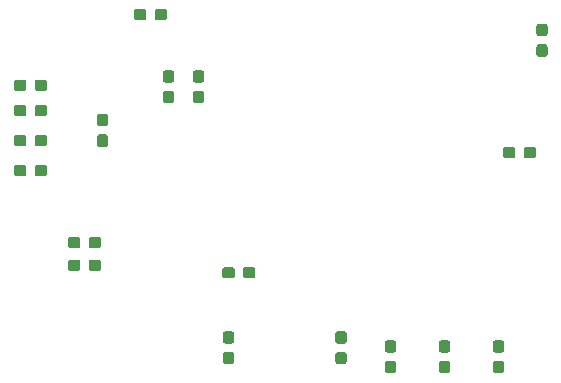
<source format=gbr>
G04 #@! TF.GenerationSoftware,KiCad,Pcbnew,5.1.5-52549c5~84~ubuntu18.04.1*
G04 #@! TF.CreationDate,2020-02-11T17:06:34+00:00*
G04 #@! TF.ProjectId,transmitter,7472616e-736d-4697-9474-65722e6b6963,rev?*
G04 #@! TF.SameCoordinates,Original*
G04 #@! TF.FileFunction,Paste,Bot*
G04 #@! TF.FilePolarity,Positive*
%FSLAX46Y46*%
G04 Gerber Fmt 4.6, Leading zero omitted, Abs format (unit mm)*
G04 Created by KiCad (PCBNEW 5.1.5-52549c5~84~ubuntu18.04.1) date 2020-02-11 17:06:34*
%MOMM*%
%LPD*%
G04 APERTURE LIST*
%ADD10C,0.100000*%
G04 APERTURE END LIST*
D10*
G36*
X96463779Y-72170144D02*
G01*
X96486834Y-72173563D01*
X96509443Y-72179227D01*
X96531387Y-72187079D01*
X96552457Y-72197044D01*
X96572448Y-72209026D01*
X96591168Y-72222910D01*
X96608438Y-72238562D01*
X96624090Y-72255832D01*
X96637974Y-72274552D01*
X96649956Y-72294543D01*
X96659921Y-72315613D01*
X96667773Y-72337557D01*
X96673437Y-72360166D01*
X96676856Y-72383221D01*
X96678000Y-72406500D01*
X96678000Y-72881500D01*
X96676856Y-72904779D01*
X96673437Y-72927834D01*
X96667773Y-72950443D01*
X96659921Y-72972387D01*
X96649956Y-72993457D01*
X96637974Y-73013448D01*
X96624090Y-73032168D01*
X96608438Y-73049438D01*
X96591168Y-73065090D01*
X96572448Y-73078974D01*
X96552457Y-73090956D01*
X96531387Y-73100921D01*
X96509443Y-73108773D01*
X96486834Y-73114437D01*
X96463779Y-73117856D01*
X96440500Y-73119000D01*
X95865500Y-73119000D01*
X95842221Y-73117856D01*
X95819166Y-73114437D01*
X95796557Y-73108773D01*
X95774613Y-73100921D01*
X95753543Y-73090956D01*
X95733552Y-73078974D01*
X95714832Y-73065090D01*
X95697562Y-73049438D01*
X95681910Y-73032168D01*
X95668026Y-73013448D01*
X95656044Y-72993457D01*
X95646079Y-72972387D01*
X95638227Y-72950443D01*
X95632563Y-72927834D01*
X95629144Y-72904779D01*
X95628000Y-72881500D01*
X95628000Y-72406500D01*
X95629144Y-72383221D01*
X95632563Y-72360166D01*
X95638227Y-72337557D01*
X95646079Y-72315613D01*
X95656044Y-72294543D01*
X95668026Y-72274552D01*
X95681910Y-72255832D01*
X95697562Y-72238562D01*
X95714832Y-72222910D01*
X95733552Y-72209026D01*
X95753543Y-72197044D01*
X95774613Y-72187079D01*
X95796557Y-72179227D01*
X95819166Y-72173563D01*
X95842221Y-72170144D01*
X95865500Y-72169000D01*
X96440500Y-72169000D01*
X96463779Y-72170144D01*
G37*
G36*
X98213779Y-72170144D02*
G01*
X98236834Y-72173563D01*
X98259443Y-72179227D01*
X98281387Y-72187079D01*
X98302457Y-72197044D01*
X98322448Y-72209026D01*
X98341168Y-72222910D01*
X98358438Y-72238562D01*
X98374090Y-72255832D01*
X98387974Y-72274552D01*
X98399956Y-72294543D01*
X98409921Y-72315613D01*
X98417773Y-72337557D01*
X98423437Y-72360166D01*
X98426856Y-72383221D01*
X98428000Y-72406500D01*
X98428000Y-72881500D01*
X98426856Y-72904779D01*
X98423437Y-72927834D01*
X98417773Y-72950443D01*
X98409921Y-72972387D01*
X98399956Y-72993457D01*
X98387974Y-73013448D01*
X98374090Y-73032168D01*
X98358438Y-73049438D01*
X98341168Y-73065090D01*
X98322448Y-73078974D01*
X98302457Y-73090956D01*
X98281387Y-73100921D01*
X98259443Y-73108773D01*
X98236834Y-73114437D01*
X98213779Y-73117856D01*
X98190500Y-73119000D01*
X97615500Y-73119000D01*
X97592221Y-73117856D01*
X97569166Y-73114437D01*
X97546557Y-73108773D01*
X97524613Y-73100921D01*
X97503543Y-73090956D01*
X97483552Y-73078974D01*
X97464832Y-73065090D01*
X97447562Y-73049438D01*
X97431910Y-73032168D01*
X97418026Y-73013448D01*
X97406044Y-72993457D01*
X97396079Y-72972387D01*
X97388227Y-72950443D01*
X97382563Y-72927834D01*
X97379144Y-72904779D01*
X97378000Y-72881500D01*
X97378000Y-72406500D01*
X97379144Y-72383221D01*
X97382563Y-72360166D01*
X97388227Y-72337557D01*
X97396079Y-72315613D01*
X97406044Y-72294543D01*
X97418026Y-72274552D01*
X97431910Y-72255832D01*
X97447562Y-72238562D01*
X97464832Y-72222910D01*
X97483552Y-72209026D01*
X97503543Y-72197044D01*
X97524613Y-72187079D01*
X97546557Y-72179227D01*
X97569166Y-72173563D01*
X97592221Y-72170144D01*
X97615500Y-72169000D01*
X98190500Y-72169000D01*
X98213779Y-72170144D01*
G37*
G36*
X114102779Y-80806144D02*
G01*
X114125834Y-80809563D01*
X114148443Y-80815227D01*
X114170387Y-80823079D01*
X114191457Y-80833044D01*
X114211448Y-80845026D01*
X114230168Y-80858910D01*
X114247438Y-80874562D01*
X114263090Y-80891832D01*
X114276974Y-80910552D01*
X114288956Y-80930543D01*
X114298921Y-80951613D01*
X114306773Y-80973557D01*
X114312437Y-80996166D01*
X114315856Y-81019221D01*
X114317000Y-81042500D01*
X114317000Y-81517500D01*
X114315856Y-81540779D01*
X114312437Y-81563834D01*
X114306773Y-81586443D01*
X114298921Y-81608387D01*
X114288956Y-81629457D01*
X114276974Y-81649448D01*
X114263090Y-81668168D01*
X114247438Y-81685438D01*
X114230168Y-81701090D01*
X114211448Y-81714974D01*
X114191457Y-81726956D01*
X114170387Y-81736921D01*
X114148443Y-81744773D01*
X114125834Y-81750437D01*
X114102779Y-81753856D01*
X114079500Y-81755000D01*
X113504500Y-81755000D01*
X113481221Y-81753856D01*
X113458166Y-81750437D01*
X113435557Y-81744773D01*
X113413613Y-81736921D01*
X113392543Y-81726956D01*
X113372552Y-81714974D01*
X113353832Y-81701090D01*
X113336562Y-81685438D01*
X113320910Y-81668168D01*
X113307026Y-81649448D01*
X113295044Y-81629457D01*
X113285079Y-81608387D01*
X113277227Y-81586443D01*
X113271563Y-81563834D01*
X113268144Y-81540779D01*
X113267000Y-81517500D01*
X113267000Y-81042500D01*
X113268144Y-81019221D01*
X113271563Y-80996166D01*
X113277227Y-80973557D01*
X113285079Y-80951613D01*
X113295044Y-80930543D01*
X113307026Y-80910552D01*
X113320910Y-80891832D01*
X113336562Y-80874562D01*
X113353832Y-80858910D01*
X113372552Y-80845026D01*
X113392543Y-80833044D01*
X113413613Y-80823079D01*
X113435557Y-80815227D01*
X113458166Y-80809563D01*
X113481221Y-80806144D01*
X113504500Y-80805000D01*
X114079500Y-80805000D01*
X114102779Y-80806144D01*
G37*
G36*
X115852779Y-80806144D02*
G01*
X115875834Y-80809563D01*
X115898443Y-80815227D01*
X115920387Y-80823079D01*
X115941457Y-80833044D01*
X115961448Y-80845026D01*
X115980168Y-80858910D01*
X115997438Y-80874562D01*
X116013090Y-80891832D01*
X116026974Y-80910552D01*
X116038956Y-80930543D01*
X116048921Y-80951613D01*
X116056773Y-80973557D01*
X116062437Y-80996166D01*
X116065856Y-81019221D01*
X116067000Y-81042500D01*
X116067000Y-81517500D01*
X116065856Y-81540779D01*
X116062437Y-81563834D01*
X116056773Y-81586443D01*
X116048921Y-81608387D01*
X116038956Y-81629457D01*
X116026974Y-81649448D01*
X116013090Y-81668168D01*
X115997438Y-81685438D01*
X115980168Y-81701090D01*
X115961448Y-81714974D01*
X115941457Y-81726956D01*
X115920387Y-81736921D01*
X115898443Y-81744773D01*
X115875834Y-81750437D01*
X115852779Y-81753856D01*
X115829500Y-81755000D01*
X115254500Y-81755000D01*
X115231221Y-81753856D01*
X115208166Y-81750437D01*
X115185557Y-81744773D01*
X115163613Y-81736921D01*
X115142543Y-81726956D01*
X115122552Y-81714974D01*
X115103832Y-81701090D01*
X115086562Y-81685438D01*
X115070910Y-81668168D01*
X115057026Y-81649448D01*
X115045044Y-81629457D01*
X115035079Y-81608387D01*
X115027227Y-81586443D01*
X115021563Y-81563834D01*
X115018144Y-81540779D01*
X115017000Y-81517500D01*
X115017000Y-81042500D01*
X115018144Y-81019221D01*
X115021563Y-80996166D01*
X115027227Y-80973557D01*
X115035079Y-80951613D01*
X115045044Y-80930543D01*
X115057026Y-80910552D01*
X115070910Y-80891832D01*
X115086562Y-80874562D01*
X115103832Y-80858910D01*
X115122552Y-80845026D01*
X115142543Y-80833044D01*
X115163613Y-80823079D01*
X115185557Y-80815227D01*
X115208166Y-80809563D01*
X115231221Y-80806144D01*
X115254500Y-80805000D01*
X115829500Y-80805000D01*
X115852779Y-80806144D01*
G37*
G36*
X114052779Y-87981144D02*
G01*
X114075834Y-87984563D01*
X114098443Y-87990227D01*
X114120387Y-87998079D01*
X114141457Y-88008044D01*
X114161448Y-88020026D01*
X114180168Y-88033910D01*
X114197438Y-88049562D01*
X114213090Y-88066832D01*
X114226974Y-88085552D01*
X114238956Y-88105543D01*
X114248921Y-88126613D01*
X114256773Y-88148557D01*
X114262437Y-88171166D01*
X114265856Y-88194221D01*
X114267000Y-88217500D01*
X114267000Y-88792500D01*
X114265856Y-88815779D01*
X114262437Y-88838834D01*
X114256773Y-88861443D01*
X114248921Y-88883387D01*
X114238956Y-88904457D01*
X114226974Y-88924448D01*
X114213090Y-88943168D01*
X114197438Y-88960438D01*
X114180168Y-88976090D01*
X114161448Y-88989974D01*
X114141457Y-89001956D01*
X114120387Y-89011921D01*
X114098443Y-89019773D01*
X114075834Y-89025437D01*
X114052779Y-89028856D01*
X114029500Y-89030000D01*
X113554500Y-89030000D01*
X113531221Y-89028856D01*
X113508166Y-89025437D01*
X113485557Y-89019773D01*
X113463613Y-89011921D01*
X113442543Y-89001956D01*
X113422552Y-88989974D01*
X113403832Y-88976090D01*
X113386562Y-88960438D01*
X113370910Y-88943168D01*
X113357026Y-88924448D01*
X113345044Y-88904457D01*
X113335079Y-88883387D01*
X113327227Y-88861443D01*
X113321563Y-88838834D01*
X113318144Y-88815779D01*
X113317000Y-88792500D01*
X113317000Y-88217500D01*
X113318144Y-88194221D01*
X113321563Y-88171166D01*
X113327227Y-88148557D01*
X113335079Y-88126613D01*
X113345044Y-88105543D01*
X113357026Y-88085552D01*
X113370910Y-88066832D01*
X113386562Y-88049562D01*
X113403832Y-88033910D01*
X113422552Y-88020026D01*
X113442543Y-88008044D01*
X113463613Y-87998079D01*
X113485557Y-87990227D01*
X113508166Y-87984563D01*
X113531221Y-87981144D01*
X113554500Y-87980000D01*
X114029500Y-87980000D01*
X114052779Y-87981144D01*
G37*
G36*
X114052779Y-86231144D02*
G01*
X114075834Y-86234563D01*
X114098443Y-86240227D01*
X114120387Y-86248079D01*
X114141457Y-86258044D01*
X114161448Y-86270026D01*
X114180168Y-86283910D01*
X114197438Y-86299562D01*
X114213090Y-86316832D01*
X114226974Y-86335552D01*
X114238956Y-86355543D01*
X114248921Y-86376613D01*
X114256773Y-86398557D01*
X114262437Y-86421166D01*
X114265856Y-86444221D01*
X114267000Y-86467500D01*
X114267000Y-87042500D01*
X114265856Y-87065779D01*
X114262437Y-87088834D01*
X114256773Y-87111443D01*
X114248921Y-87133387D01*
X114238956Y-87154457D01*
X114226974Y-87174448D01*
X114213090Y-87193168D01*
X114197438Y-87210438D01*
X114180168Y-87226090D01*
X114161448Y-87239974D01*
X114141457Y-87251956D01*
X114120387Y-87261921D01*
X114098443Y-87269773D01*
X114075834Y-87275437D01*
X114052779Y-87278856D01*
X114029500Y-87280000D01*
X113554500Y-87280000D01*
X113531221Y-87278856D01*
X113508166Y-87275437D01*
X113485557Y-87269773D01*
X113463613Y-87261921D01*
X113442543Y-87251956D01*
X113422552Y-87239974D01*
X113403832Y-87226090D01*
X113386562Y-87210438D01*
X113370910Y-87193168D01*
X113357026Y-87174448D01*
X113345044Y-87154457D01*
X113335079Y-87133387D01*
X113327227Y-87111443D01*
X113321563Y-87088834D01*
X113318144Y-87065779D01*
X113317000Y-87042500D01*
X113317000Y-86467500D01*
X113318144Y-86444221D01*
X113321563Y-86421166D01*
X113327227Y-86398557D01*
X113335079Y-86376613D01*
X113345044Y-86355543D01*
X113357026Y-86335552D01*
X113370910Y-86316832D01*
X113386562Y-86299562D01*
X113403832Y-86283910D01*
X113422552Y-86270026D01*
X113442543Y-86258044D01*
X113463613Y-86248079D01*
X113485557Y-86240227D01*
X113508166Y-86234563D01*
X113531221Y-86231144D01*
X113554500Y-86230000D01*
X114029500Y-86230000D01*
X114052779Y-86231144D01*
G37*
G36*
X123577779Y-87981144D02*
G01*
X123600834Y-87984563D01*
X123623443Y-87990227D01*
X123645387Y-87998079D01*
X123666457Y-88008044D01*
X123686448Y-88020026D01*
X123705168Y-88033910D01*
X123722438Y-88049562D01*
X123738090Y-88066832D01*
X123751974Y-88085552D01*
X123763956Y-88105543D01*
X123773921Y-88126613D01*
X123781773Y-88148557D01*
X123787437Y-88171166D01*
X123790856Y-88194221D01*
X123792000Y-88217500D01*
X123792000Y-88792500D01*
X123790856Y-88815779D01*
X123787437Y-88838834D01*
X123781773Y-88861443D01*
X123773921Y-88883387D01*
X123763956Y-88904457D01*
X123751974Y-88924448D01*
X123738090Y-88943168D01*
X123722438Y-88960438D01*
X123705168Y-88976090D01*
X123686448Y-88989974D01*
X123666457Y-89001956D01*
X123645387Y-89011921D01*
X123623443Y-89019773D01*
X123600834Y-89025437D01*
X123577779Y-89028856D01*
X123554500Y-89030000D01*
X123079500Y-89030000D01*
X123056221Y-89028856D01*
X123033166Y-89025437D01*
X123010557Y-89019773D01*
X122988613Y-89011921D01*
X122967543Y-89001956D01*
X122947552Y-88989974D01*
X122928832Y-88976090D01*
X122911562Y-88960438D01*
X122895910Y-88943168D01*
X122882026Y-88924448D01*
X122870044Y-88904457D01*
X122860079Y-88883387D01*
X122852227Y-88861443D01*
X122846563Y-88838834D01*
X122843144Y-88815779D01*
X122842000Y-88792500D01*
X122842000Y-88217500D01*
X122843144Y-88194221D01*
X122846563Y-88171166D01*
X122852227Y-88148557D01*
X122860079Y-88126613D01*
X122870044Y-88105543D01*
X122882026Y-88085552D01*
X122895910Y-88066832D01*
X122911562Y-88049562D01*
X122928832Y-88033910D01*
X122947552Y-88020026D01*
X122967543Y-88008044D01*
X122988613Y-87998079D01*
X123010557Y-87990227D01*
X123033166Y-87984563D01*
X123056221Y-87981144D01*
X123079500Y-87980000D01*
X123554500Y-87980000D01*
X123577779Y-87981144D01*
G37*
G36*
X123577779Y-86231144D02*
G01*
X123600834Y-86234563D01*
X123623443Y-86240227D01*
X123645387Y-86248079D01*
X123666457Y-86258044D01*
X123686448Y-86270026D01*
X123705168Y-86283910D01*
X123722438Y-86299562D01*
X123738090Y-86316832D01*
X123751974Y-86335552D01*
X123763956Y-86355543D01*
X123773921Y-86376613D01*
X123781773Y-86398557D01*
X123787437Y-86421166D01*
X123790856Y-86444221D01*
X123792000Y-86467500D01*
X123792000Y-87042500D01*
X123790856Y-87065779D01*
X123787437Y-87088834D01*
X123781773Y-87111443D01*
X123773921Y-87133387D01*
X123763956Y-87154457D01*
X123751974Y-87174448D01*
X123738090Y-87193168D01*
X123722438Y-87210438D01*
X123705168Y-87226090D01*
X123686448Y-87239974D01*
X123666457Y-87251956D01*
X123645387Y-87261921D01*
X123623443Y-87269773D01*
X123600834Y-87275437D01*
X123577779Y-87278856D01*
X123554500Y-87280000D01*
X123079500Y-87280000D01*
X123056221Y-87278856D01*
X123033166Y-87275437D01*
X123010557Y-87269773D01*
X122988613Y-87261921D01*
X122967543Y-87251956D01*
X122947552Y-87239974D01*
X122928832Y-87226090D01*
X122911562Y-87210438D01*
X122895910Y-87193168D01*
X122882026Y-87174448D01*
X122870044Y-87154457D01*
X122860079Y-87133387D01*
X122852227Y-87111443D01*
X122846563Y-87088834D01*
X122843144Y-87065779D01*
X122842000Y-87042500D01*
X122842000Y-86467500D01*
X122843144Y-86444221D01*
X122846563Y-86421166D01*
X122852227Y-86398557D01*
X122860079Y-86376613D01*
X122870044Y-86355543D01*
X122882026Y-86335552D01*
X122895910Y-86316832D01*
X122911562Y-86299562D01*
X122928832Y-86283910D01*
X122947552Y-86270026D01*
X122967543Y-86258044D01*
X122988613Y-86248079D01*
X123010557Y-86240227D01*
X123033166Y-86234563D01*
X123056221Y-86231144D01*
X123079500Y-86230000D01*
X123554500Y-86230000D01*
X123577779Y-86231144D01*
G37*
G36*
X139615779Y-70646144D02*
G01*
X139638834Y-70649563D01*
X139661443Y-70655227D01*
X139683387Y-70663079D01*
X139704457Y-70673044D01*
X139724448Y-70685026D01*
X139743168Y-70698910D01*
X139760438Y-70714562D01*
X139776090Y-70731832D01*
X139789974Y-70750552D01*
X139801956Y-70770543D01*
X139811921Y-70791613D01*
X139819773Y-70813557D01*
X139825437Y-70836166D01*
X139828856Y-70859221D01*
X139830000Y-70882500D01*
X139830000Y-71357500D01*
X139828856Y-71380779D01*
X139825437Y-71403834D01*
X139819773Y-71426443D01*
X139811921Y-71448387D01*
X139801956Y-71469457D01*
X139789974Y-71489448D01*
X139776090Y-71508168D01*
X139760438Y-71525438D01*
X139743168Y-71541090D01*
X139724448Y-71554974D01*
X139704457Y-71566956D01*
X139683387Y-71576921D01*
X139661443Y-71584773D01*
X139638834Y-71590437D01*
X139615779Y-71593856D01*
X139592500Y-71595000D01*
X139017500Y-71595000D01*
X138994221Y-71593856D01*
X138971166Y-71590437D01*
X138948557Y-71584773D01*
X138926613Y-71576921D01*
X138905543Y-71566956D01*
X138885552Y-71554974D01*
X138866832Y-71541090D01*
X138849562Y-71525438D01*
X138833910Y-71508168D01*
X138820026Y-71489448D01*
X138808044Y-71469457D01*
X138798079Y-71448387D01*
X138790227Y-71426443D01*
X138784563Y-71403834D01*
X138781144Y-71380779D01*
X138780000Y-71357500D01*
X138780000Y-70882500D01*
X138781144Y-70859221D01*
X138784563Y-70836166D01*
X138790227Y-70813557D01*
X138798079Y-70791613D01*
X138808044Y-70770543D01*
X138820026Y-70750552D01*
X138833910Y-70731832D01*
X138849562Y-70714562D01*
X138866832Y-70698910D01*
X138885552Y-70685026D01*
X138905543Y-70673044D01*
X138926613Y-70663079D01*
X138948557Y-70655227D01*
X138971166Y-70649563D01*
X138994221Y-70646144D01*
X139017500Y-70645000D01*
X139592500Y-70645000D01*
X139615779Y-70646144D01*
G37*
G36*
X137865779Y-70646144D02*
G01*
X137888834Y-70649563D01*
X137911443Y-70655227D01*
X137933387Y-70663079D01*
X137954457Y-70673044D01*
X137974448Y-70685026D01*
X137993168Y-70698910D01*
X138010438Y-70714562D01*
X138026090Y-70731832D01*
X138039974Y-70750552D01*
X138051956Y-70770543D01*
X138061921Y-70791613D01*
X138069773Y-70813557D01*
X138075437Y-70836166D01*
X138078856Y-70859221D01*
X138080000Y-70882500D01*
X138080000Y-71357500D01*
X138078856Y-71380779D01*
X138075437Y-71403834D01*
X138069773Y-71426443D01*
X138061921Y-71448387D01*
X138051956Y-71469457D01*
X138039974Y-71489448D01*
X138026090Y-71508168D01*
X138010438Y-71525438D01*
X137993168Y-71541090D01*
X137974448Y-71554974D01*
X137954457Y-71566956D01*
X137933387Y-71576921D01*
X137911443Y-71584773D01*
X137888834Y-71590437D01*
X137865779Y-71593856D01*
X137842500Y-71595000D01*
X137267500Y-71595000D01*
X137244221Y-71593856D01*
X137221166Y-71590437D01*
X137198557Y-71584773D01*
X137176613Y-71576921D01*
X137155543Y-71566956D01*
X137135552Y-71554974D01*
X137116832Y-71541090D01*
X137099562Y-71525438D01*
X137083910Y-71508168D01*
X137070026Y-71489448D01*
X137058044Y-71469457D01*
X137048079Y-71448387D01*
X137040227Y-71426443D01*
X137034563Y-71403834D01*
X137031144Y-71380779D01*
X137030000Y-71357500D01*
X137030000Y-70882500D01*
X137031144Y-70859221D01*
X137034563Y-70836166D01*
X137040227Y-70813557D01*
X137048079Y-70791613D01*
X137058044Y-70770543D01*
X137070026Y-70750552D01*
X137083910Y-70731832D01*
X137099562Y-70714562D01*
X137116832Y-70698910D01*
X137135552Y-70685026D01*
X137155543Y-70673044D01*
X137176613Y-70663079D01*
X137198557Y-70655227D01*
X137221166Y-70649563D01*
X137244221Y-70646144D01*
X137267500Y-70645000D01*
X137842500Y-70645000D01*
X137865779Y-70646144D01*
G37*
G36*
X140595779Y-61946144D02*
G01*
X140618834Y-61949563D01*
X140641443Y-61955227D01*
X140663387Y-61963079D01*
X140684457Y-61973044D01*
X140704448Y-61985026D01*
X140723168Y-61998910D01*
X140740438Y-62014562D01*
X140756090Y-62031832D01*
X140769974Y-62050552D01*
X140781956Y-62070543D01*
X140791921Y-62091613D01*
X140799773Y-62113557D01*
X140805437Y-62136166D01*
X140808856Y-62159221D01*
X140810000Y-62182500D01*
X140810000Y-62757500D01*
X140808856Y-62780779D01*
X140805437Y-62803834D01*
X140799773Y-62826443D01*
X140791921Y-62848387D01*
X140781956Y-62869457D01*
X140769974Y-62889448D01*
X140756090Y-62908168D01*
X140740438Y-62925438D01*
X140723168Y-62941090D01*
X140704448Y-62954974D01*
X140684457Y-62966956D01*
X140663387Y-62976921D01*
X140641443Y-62984773D01*
X140618834Y-62990437D01*
X140595779Y-62993856D01*
X140572500Y-62995000D01*
X140097500Y-62995000D01*
X140074221Y-62993856D01*
X140051166Y-62990437D01*
X140028557Y-62984773D01*
X140006613Y-62976921D01*
X139985543Y-62966956D01*
X139965552Y-62954974D01*
X139946832Y-62941090D01*
X139929562Y-62925438D01*
X139913910Y-62908168D01*
X139900026Y-62889448D01*
X139888044Y-62869457D01*
X139878079Y-62848387D01*
X139870227Y-62826443D01*
X139864563Y-62803834D01*
X139861144Y-62780779D01*
X139860000Y-62757500D01*
X139860000Y-62182500D01*
X139861144Y-62159221D01*
X139864563Y-62136166D01*
X139870227Y-62113557D01*
X139878079Y-62091613D01*
X139888044Y-62070543D01*
X139900026Y-62050552D01*
X139913910Y-62031832D01*
X139929562Y-62014562D01*
X139946832Y-61998910D01*
X139965552Y-61985026D01*
X139985543Y-61973044D01*
X140006613Y-61963079D01*
X140028557Y-61955227D01*
X140051166Y-61949563D01*
X140074221Y-61946144D01*
X140097500Y-61945000D01*
X140572500Y-61945000D01*
X140595779Y-61946144D01*
G37*
G36*
X140595779Y-60196144D02*
G01*
X140618834Y-60199563D01*
X140641443Y-60205227D01*
X140663387Y-60213079D01*
X140684457Y-60223044D01*
X140704448Y-60235026D01*
X140723168Y-60248910D01*
X140740438Y-60264562D01*
X140756090Y-60281832D01*
X140769974Y-60300552D01*
X140781956Y-60320543D01*
X140791921Y-60341613D01*
X140799773Y-60363557D01*
X140805437Y-60386166D01*
X140808856Y-60409221D01*
X140810000Y-60432500D01*
X140810000Y-61007500D01*
X140808856Y-61030779D01*
X140805437Y-61053834D01*
X140799773Y-61076443D01*
X140791921Y-61098387D01*
X140781956Y-61119457D01*
X140769974Y-61139448D01*
X140756090Y-61158168D01*
X140740438Y-61175438D01*
X140723168Y-61191090D01*
X140704448Y-61204974D01*
X140684457Y-61216956D01*
X140663387Y-61226921D01*
X140641443Y-61234773D01*
X140618834Y-61240437D01*
X140595779Y-61243856D01*
X140572500Y-61245000D01*
X140097500Y-61245000D01*
X140074221Y-61243856D01*
X140051166Y-61240437D01*
X140028557Y-61234773D01*
X140006613Y-61226921D01*
X139985543Y-61216956D01*
X139965552Y-61204974D01*
X139946832Y-61191090D01*
X139929562Y-61175438D01*
X139913910Y-61158168D01*
X139900026Y-61139448D01*
X139888044Y-61119457D01*
X139878079Y-61098387D01*
X139870227Y-61076443D01*
X139864563Y-61053834D01*
X139861144Y-61030779D01*
X139860000Y-61007500D01*
X139860000Y-60432500D01*
X139861144Y-60409221D01*
X139864563Y-60386166D01*
X139870227Y-60363557D01*
X139878079Y-60341613D01*
X139888044Y-60320543D01*
X139900026Y-60300552D01*
X139913910Y-60281832D01*
X139929562Y-60264562D01*
X139946832Y-60248910D01*
X139965552Y-60235026D01*
X139985543Y-60223044D01*
X140006613Y-60213079D01*
X140028557Y-60205227D01*
X140051166Y-60199563D01*
X140074221Y-60196144D01*
X140097500Y-60195000D01*
X140572500Y-60195000D01*
X140595779Y-60196144D01*
G37*
G36*
X96463779Y-69630144D02*
G01*
X96486834Y-69633563D01*
X96509443Y-69639227D01*
X96531387Y-69647079D01*
X96552457Y-69657044D01*
X96572448Y-69669026D01*
X96591168Y-69682910D01*
X96608438Y-69698562D01*
X96624090Y-69715832D01*
X96637974Y-69734552D01*
X96649956Y-69754543D01*
X96659921Y-69775613D01*
X96667773Y-69797557D01*
X96673437Y-69820166D01*
X96676856Y-69843221D01*
X96678000Y-69866500D01*
X96678000Y-70341500D01*
X96676856Y-70364779D01*
X96673437Y-70387834D01*
X96667773Y-70410443D01*
X96659921Y-70432387D01*
X96649956Y-70453457D01*
X96637974Y-70473448D01*
X96624090Y-70492168D01*
X96608438Y-70509438D01*
X96591168Y-70525090D01*
X96572448Y-70538974D01*
X96552457Y-70550956D01*
X96531387Y-70560921D01*
X96509443Y-70568773D01*
X96486834Y-70574437D01*
X96463779Y-70577856D01*
X96440500Y-70579000D01*
X95865500Y-70579000D01*
X95842221Y-70577856D01*
X95819166Y-70574437D01*
X95796557Y-70568773D01*
X95774613Y-70560921D01*
X95753543Y-70550956D01*
X95733552Y-70538974D01*
X95714832Y-70525090D01*
X95697562Y-70509438D01*
X95681910Y-70492168D01*
X95668026Y-70473448D01*
X95656044Y-70453457D01*
X95646079Y-70432387D01*
X95638227Y-70410443D01*
X95632563Y-70387834D01*
X95629144Y-70364779D01*
X95628000Y-70341500D01*
X95628000Y-69866500D01*
X95629144Y-69843221D01*
X95632563Y-69820166D01*
X95638227Y-69797557D01*
X95646079Y-69775613D01*
X95656044Y-69754543D01*
X95668026Y-69734552D01*
X95681910Y-69715832D01*
X95697562Y-69698562D01*
X95714832Y-69682910D01*
X95733552Y-69669026D01*
X95753543Y-69657044D01*
X95774613Y-69647079D01*
X95796557Y-69639227D01*
X95819166Y-69633563D01*
X95842221Y-69630144D01*
X95865500Y-69629000D01*
X96440500Y-69629000D01*
X96463779Y-69630144D01*
G37*
G36*
X98213779Y-69630144D02*
G01*
X98236834Y-69633563D01*
X98259443Y-69639227D01*
X98281387Y-69647079D01*
X98302457Y-69657044D01*
X98322448Y-69669026D01*
X98341168Y-69682910D01*
X98358438Y-69698562D01*
X98374090Y-69715832D01*
X98387974Y-69734552D01*
X98399956Y-69754543D01*
X98409921Y-69775613D01*
X98417773Y-69797557D01*
X98423437Y-69820166D01*
X98426856Y-69843221D01*
X98428000Y-69866500D01*
X98428000Y-70341500D01*
X98426856Y-70364779D01*
X98423437Y-70387834D01*
X98417773Y-70410443D01*
X98409921Y-70432387D01*
X98399956Y-70453457D01*
X98387974Y-70473448D01*
X98374090Y-70492168D01*
X98358438Y-70509438D01*
X98341168Y-70525090D01*
X98322448Y-70538974D01*
X98302457Y-70550956D01*
X98281387Y-70560921D01*
X98259443Y-70568773D01*
X98236834Y-70574437D01*
X98213779Y-70577856D01*
X98190500Y-70579000D01*
X97615500Y-70579000D01*
X97592221Y-70577856D01*
X97569166Y-70574437D01*
X97546557Y-70568773D01*
X97524613Y-70560921D01*
X97503543Y-70550956D01*
X97483552Y-70538974D01*
X97464832Y-70525090D01*
X97447562Y-70509438D01*
X97431910Y-70492168D01*
X97418026Y-70473448D01*
X97406044Y-70453457D01*
X97396079Y-70432387D01*
X97388227Y-70410443D01*
X97382563Y-70387834D01*
X97379144Y-70364779D01*
X97378000Y-70341500D01*
X97378000Y-69866500D01*
X97379144Y-69843221D01*
X97382563Y-69820166D01*
X97388227Y-69797557D01*
X97396079Y-69775613D01*
X97406044Y-69754543D01*
X97418026Y-69734552D01*
X97431910Y-69715832D01*
X97447562Y-69698562D01*
X97464832Y-69682910D01*
X97483552Y-69669026D01*
X97503543Y-69657044D01*
X97524613Y-69647079D01*
X97546557Y-69639227D01*
X97569166Y-69633563D01*
X97592221Y-69630144D01*
X97615500Y-69629000D01*
X98190500Y-69629000D01*
X98213779Y-69630144D01*
G37*
G36*
X111512779Y-64133144D02*
G01*
X111535834Y-64136563D01*
X111558443Y-64142227D01*
X111580387Y-64150079D01*
X111601457Y-64160044D01*
X111621448Y-64172026D01*
X111640168Y-64185910D01*
X111657438Y-64201562D01*
X111673090Y-64218832D01*
X111686974Y-64237552D01*
X111698956Y-64257543D01*
X111708921Y-64278613D01*
X111716773Y-64300557D01*
X111722437Y-64323166D01*
X111725856Y-64346221D01*
X111727000Y-64369500D01*
X111727000Y-64944500D01*
X111725856Y-64967779D01*
X111722437Y-64990834D01*
X111716773Y-65013443D01*
X111708921Y-65035387D01*
X111698956Y-65056457D01*
X111686974Y-65076448D01*
X111673090Y-65095168D01*
X111657438Y-65112438D01*
X111640168Y-65128090D01*
X111621448Y-65141974D01*
X111601457Y-65153956D01*
X111580387Y-65163921D01*
X111558443Y-65171773D01*
X111535834Y-65177437D01*
X111512779Y-65180856D01*
X111489500Y-65182000D01*
X111014500Y-65182000D01*
X110991221Y-65180856D01*
X110968166Y-65177437D01*
X110945557Y-65171773D01*
X110923613Y-65163921D01*
X110902543Y-65153956D01*
X110882552Y-65141974D01*
X110863832Y-65128090D01*
X110846562Y-65112438D01*
X110830910Y-65095168D01*
X110817026Y-65076448D01*
X110805044Y-65056457D01*
X110795079Y-65035387D01*
X110787227Y-65013443D01*
X110781563Y-64990834D01*
X110778144Y-64967779D01*
X110777000Y-64944500D01*
X110777000Y-64369500D01*
X110778144Y-64346221D01*
X110781563Y-64323166D01*
X110787227Y-64300557D01*
X110795079Y-64278613D01*
X110805044Y-64257543D01*
X110817026Y-64237552D01*
X110830910Y-64218832D01*
X110846562Y-64201562D01*
X110863832Y-64185910D01*
X110882552Y-64172026D01*
X110902543Y-64160044D01*
X110923613Y-64150079D01*
X110945557Y-64142227D01*
X110968166Y-64136563D01*
X110991221Y-64133144D01*
X111014500Y-64132000D01*
X111489500Y-64132000D01*
X111512779Y-64133144D01*
G37*
G36*
X111512779Y-65883144D02*
G01*
X111535834Y-65886563D01*
X111558443Y-65892227D01*
X111580387Y-65900079D01*
X111601457Y-65910044D01*
X111621448Y-65922026D01*
X111640168Y-65935910D01*
X111657438Y-65951562D01*
X111673090Y-65968832D01*
X111686974Y-65987552D01*
X111698956Y-66007543D01*
X111708921Y-66028613D01*
X111716773Y-66050557D01*
X111722437Y-66073166D01*
X111725856Y-66096221D01*
X111727000Y-66119500D01*
X111727000Y-66694500D01*
X111725856Y-66717779D01*
X111722437Y-66740834D01*
X111716773Y-66763443D01*
X111708921Y-66785387D01*
X111698956Y-66806457D01*
X111686974Y-66826448D01*
X111673090Y-66845168D01*
X111657438Y-66862438D01*
X111640168Y-66878090D01*
X111621448Y-66891974D01*
X111601457Y-66903956D01*
X111580387Y-66913921D01*
X111558443Y-66921773D01*
X111535834Y-66927437D01*
X111512779Y-66930856D01*
X111489500Y-66932000D01*
X111014500Y-66932000D01*
X110991221Y-66930856D01*
X110968166Y-66927437D01*
X110945557Y-66921773D01*
X110923613Y-66913921D01*
X110902543Y-66903956D01*
X110882552Y-66891974D01*
X110863832Y-66878090D01*
X110846562Y-66862438D01*
X110830910Y-66845168D01*
X110817026Y-66826448D01*
X110805044Y-66806457D01*
X110795079Y-66785387D01*
X110787227Y-66763443D01*
X110781563Y-66740834D01*
X110778144Y-66717779D01*
X110777000Y-66694500D01*
X110777000Y-66119500D01*
X110778144Y-66096221D01*
X110781563Y-66073166D01*
X110787227Y-66050557D01*
X110795079Y-66028613D01*
X110805044Y-66007543D01*
X110817026Y-65987552D01*
X110830910Y-65968832D01*
X110846562Y-65951562D01*
X110863832Y-65935910D01*
X110882552Y-65922026D01*
X110902543Y-65910044D01*
X110923613Y-65900079D01*
X110945557Y-65892227D01*
X110968166Y-65886563D01*
X110991221Y-65883144D01*
X111014500Y-65882000D01*
X111489500Y-65882000D01*
X111512779Y-65883144D01*
G37*
G36*
X108373779Y-58962144D02*
G01*
X108396834Y-58965563D01*
X108419443Y-58971227D01*
X108441387Y-58979079D01*
X108462457Y-58989044D01*
X108482448Y-59001026D01*
X108501168Y-59014910D01*
X108518438Y-59030562D01*
X108534090Y-59047832D01*
X108547974Y-59066552D01*
X108559956Y-59086543D01*
X108569921Y-59107613D01*
X108577773Y-59129557D01*
X108583437Y-59152166D01*
X108586856Y-59175221D01*
X108588000Y-59198500D01*
X108588000Y-59673500D01*
X108586856Y-59696779D01*
X108583437Y-59719834D01*
X108577773Y-59742443D01*
X108569921Y-59764387D01*
X108559956Y-59785457D01*
X108547974Y-59805448D01*
X108534090Y-59824168D01*
X108518438Y-59841438D01*
X108501168Y-59857090D01*
X108482448Y-59870974D01*
X108462457Y-59882956D01*
X108441387Y-59892921D01*
X108419443Y-59900773D01*
X108396834Y-59906437D01*
X108373779Y-59909856D01*
X108350500Y-59911000D01*
X107775500Y-59911000D01*
X107752221Y-59909856D01*
X107729166Y-59906437D01*
X107706557Y-59900773D01*
X107684613Y-59892921D01*
X107663543Y-59882956D01*
X107643552Y-59870974D01*
X107624832Y-59857090D01*
X107607562Y-59841438D01*
X107591910Y-59824168D01*
X107578026Y-59805448D01*
X107566044Y-59785457D01*
X107556079Y-59764387D01*
X107548227Y-59742443D01*
X107542563Y-59719834D01*
X107539144Y-59696779D01*
X107538000Y-59673500D01*
X107538000Y-59198500D01*
X107539144Y-59175221D01*
X107542563Y-59152166D01*
X107548227Y-59129557D01*
X107556079Y-59107613D01*
X107566044Y-59086543D01*
X107578026Y-59066552D01*
X107591910Y-59047832D01*
X107607562Y-59030562D01*
X107624832Y-59014910D01*
X107643552Y-59001026D01*
X107663543Y-58989044D01*
X107684613Y-58979079D01*
X107706557Y-58971227D01*
X107729166Y-58965563D01*
X107752221Y-58962144D01*
X107775500Y-58961000D01*
X108350500Y-58961000D01*
X108373779Y-58962144D01*
G37*
G36*
X106623779Y-58962144D02*
G01*
X106646834Y-58965563D01*
X106669443Y-58971227D01*
X106691387Y-58979079D01*
X106712457Y-58989044D01*
X106732448Y-59001026D01*
X106751168Y-59014910D01*
X106768438Y-59030562D01*
X106784090Y-59047832D01*
X106797974Y-59066552D01*
X106809956Y-59086543D01*
X106819921Y-59107613D01*
X106827773Y-59129557D01*
X106833437Y-59152166D01*
X106836856Y-59175221D01*
X106838000Y-59198500D01*
X106838000Y-59673500D01*
X106836856Y-59696779D01*
X106833437Y-59719834D01*
X106827773Y-59742443D01*
X106819921Y-59764387D01*
X106809956Y-59785457D01*
X106797974Y-59805448D01*
X106784090Y-59824168D01*
X106768438Y-59841438D01*
X106751168Y-59857090D01*
X106732448Y-59870974D01*
X106712457Y-59882956D01*
X106691387Y-59892921D01*
X106669443Y-59900773D01*
X106646834Y-59906437D01*
X106623779Y-59909856D01*
X106600500Y-59911000D01*
X106025500Y-59911000D01*
X106002221Y-59909856D01*
X105979166Y-59906437D01*
X105956557Y-59900773D01*
X105934613Y-59892921D01*
X105913543Y-59882956D01*
X105893552Y-59870974D01*
X105874832Y-59857090D01*
X105857562Y-59841438D01*
X105841910Y-59824168D01*
X105828026Y-59805448D01*
X105816044Y-59785457D01*
X105806079Y-59764387D01*
X105798227Y-59742443D01*
X105792563Y-59719834D01*
X105789144Y-59696779D01*
X105788000Y-59673500D01*
X105788000Y-59198500D01*
X105789144Y-59175221D01*
X105792563Y-59152166D01*
X105798227Y-59129557D01*
X105806079Y-59107613D01*
X105816044Y-59086543D01*
X105828026Y-59066552D01*
X105841910Y-59047832D01*
X105857562Y-59030562D01*
X105874832Y-59014910D01*
X105893552Y-59001026D01*
X105913543Y-58989044D01*
X105934613Y-58979079D01*
X105956557Y-58971227D01*
X105979166Y-58965563D01*
X106002221Y-58962144D01*
X106025500Y-58961000D01*
X106600500Y-58961000D01*
X106623779Y-58962144D01*
G37*
G36*
X103384779Y-67816144D02*
G01*
X103407834Y-67819563D01*
X103430443Y-67825227D01*
X103452387Y-67833079D01*
X103473457Y-67843044D01*
X103493448Y-67855026D01*
X103512168Y-67868910D01*
X103529438Y-67884562D01*
X103545090Y-67901832D01*
X103558974Y-67920552D01*
X103570956Y-67940543D01*
X103580921Y-67961613D01*
X103588773Y-67983557D01*
X103594437Y-68006166D01*
X103597856Y-68029221D01*
X103599000Y-68052500D01*
X103599000Y-68627500D01*
X103597856Y-68650779D01*
X103594437Y-68673834D01*
X103588773Y-68696443D01*
X103580921Y-68718387D01*
X103570956Y-68739457D01*
X103558974Y-68759448D01*
X103545090Y-68778168D01*
X103529438Y-68795438D01*
X103512168Y-68811090D01*
X103493448Y-68824974D01*
X103473457Y-68836956D01*
X103452387Y-68846921D01*
X103430443Y-68854773D01*
X103407834Y-68860437D01*
X103384779Y-68863856D01*
X103361500Y-68865000D01*
X102886500Y-68865000D01*
X102863221Y-68863856D01*
X102840166Y-68860437D01*
X102817557Y-68854773D01*
X102795613Y-68846921D01*
X102774543Y-68836956D01*
X102754552Y-68824974D01*
X102735832Y-68811090D01*
X102718562Y-68795438D01*
X102702910Y-68778168D01*
X102689026Y-68759448D01*
X102677044Y-68739457D01*
X102667079Y-68718387D01*
X102659227Y-68696443D01*
X102653563Y-68673834D01*
X102650144Y-68650779D01*
X102649000Y-68627500D01*
X102649000Y-68052500D01*
X102650144Y-68029221D01*
X102653563Y-68006166D01*
X102659227Y-67983557D01*
X102667079Y-67961613D01*
X102677044Y-67940543D01*
X102689026Y-67920552D01*
X102702910Y-67901832D01*
X102718562Y-67884562D01*
X102735832Y-67868910D01*
X102754552Y-67855026D01*
X102774543Y-67843044D01*
X102795613Y-67833079D01*
X102817557Y-67825227D01*
X102840166Y-67819563D01*
X102863221Y-67816144D01*
X102886500Y-67815000D01*
X103361500Y-67815000D01*
X103384779Y-67816144D01*
G37*
G36*
X103384779Y-69566144D02*
G01*
X103407834Y-69569563D01*
X103430443Y-69575227D01*
X103452387Y-69583079D01*
X103473457Y-69593044D01*
X103493448Y-69605026D01*
X103512168Y-69618910D01*
X103529438Y-69634562D01*
X103545090Y-69651832D01*
X103558974Y-69670552D01*
X103570956Y-69690543D01*
X103580921Y-69711613D01*
X103588773Y-69733557D01*
X103594437Y-69756166D01*
X103597856Y-69779221D01*
X103599000Y-69802500D01*
X103599000Y-70377500D01*
X103597856Y-70400779D01*
X103594437Y-70423834D01*
X103588773Y-70446443D01*
X103580921Y-70468387D01*
X103570956Y-70489457D01*
X103558974Y-70509448D01*
X103545090Y-70528168D01*
X103529438Y-70545438D01*
X103512168Y-70561090D01*
X103493448Y-70574974D01*
X103473457Y-70586956D01*
X103452387Y-70596921D01*
X103430443Y-70604773D01*
X103407834Y-70610437D01*
X103384779Y-70613856D01*
X103361500Y-70615000D01*
X102886500Y-70615000D01*
X102863221Y-70613856D01*
X102840166Y-70610437D01*
X102817557Y-70604773D01*
X102795613Y-70596921D01*
X102774543Y-70586956D01*
X102754552Y-70574974D01*
X102735832Y-70561090D01*
X102718562Y-70545438D01*
X102702910Y-70528168D01*
X102689026Y-70509448D01*
X102677044Y-70489457D01*
X102667079Y-70468387D01*
X102659227Y-70446443D01*
X102653563Y-70423834D01*
X102650144Y-70400779D01*
X102649000Y-70377500D01*
X102649000Y-69802500D01*
X102650144Y-69779221D01*
X102653563Y-69756166D01*
X102659227Y-69733557D01*
X102667079Y-69711613D01*
X102677044Y-69690543D01*
X102689026Y-69670552D01*
X102702910Y-69651832D01*
X102718562Y-69634562D01*
X102735832Y-69618910D01*
X102754552Y-69605026D01*
X102774543Y-69593044D01*
X102795613Y-69583079D01*
X102817557Y-69575227D01*
X102840166Y-69569563D01*
X102863221Y-69566144D01*
X102886500Y-69565000D01*
X103361500Y-69565000D01*
X103384779Y-69566144D01*
G37*
G36*
X96463779Y-67090144D02*
G01*
X96486834Y-67093563D01*
X96509443Y-67099227D01*
X96531387Y-67107079D01*
X96552457Y-67117044D01*
X96572448Y-67129026D01*
X96591168Y-67142910D01*
X96608438Y-67158562D01*
X96624090Y-67175832D01*
X96637974Y-67194552D01*
X96649956Y-67214543D01*
X96659921Y-67235613D01*
X96667773Y-67257557D01*
X96673437Y-67280166D01*
X96676856Y-67303221D01*
X96678000Y-67326500D01*
X96678000Y-67801500D01*
X96676856Y-67824779D01*
X96673437Y-67847834D01*
X96667773Y-67870443D01*
X96659921Y-67892387D01*
X96649956Y-67913457D01*
X96637974Y-67933448D01*
X96624090Y-67952168D01*
X96608438Y-67969438D01*
X96591168Y-67985090D01*
X96572448Y-67998974D01*
X96552457Y-68010956D01*
X96531387Y-68020921D01*
X96509443Y-68028773D01*
X96486834Y-68034437D01*
X96463779Y-68037856D01*
X96440500Y-68039000D01*
X95865500Y-68039000D01*
X95842221Y-68037856D01*
X95819166Y-68034437D01*
X95796557Y-68028773D01*
X95774613Y-68020921D01*
X95753543Y-68010956D01*
X95733552Y-67998974D01*
X95714832Y-67985090D01*
X95697562Y-67969438D01*
X95681910Y-67952168D01*
X95668026Y-67933448D01*
X95656044Y-67913457D01*
X95646079Y-67892387D01*
X95638227Y-67870443D01*
X95632563Y-67847834D01*
X95629144Y-67824779D01*
X95628000Y-67801500D01*
X95628000Y-67326500D01*
X95629144Y-67303221D01*
X95632563Y-67280166D01*
X95638227Y-67257557D01*
X95646079Y-67235613D01*
X95656044Y-67214543D01*
X95668026Y-67194552D01*
X95681910Y-67175832D01*
X95697562Y-67158562D01*
X95714832Y-67142910D01*
X95733552Y-67129026D01*
X95753543Y-67117044D01*
X95774613Y-67107079D01*
X95796557Y-67099227D01*
X95819166Y-67093563D01*
X95842221Y-67090144D01*
X95865500Y-67089000D01*
X96440500Y-67089000D01*
X96463779Y-67090144D01*
G37*
G36*
X98213779Y-67090144D02*
G01*
X98236834Y-67093563D01*
X98259443Y-67099227D01*
X98281387Y-67107079D01*
X98302457Y-67117044D01*
X98322448Y-67129026D01*
X98341168Y-67142910D01*
X98358438Y-67158562D01*
X98374090Y-67175832D01*
X98387974Y-67194552D01*
X98399956Y-67214543D01*
X98409921Y-67235613D01*
X98417773Y-67257557D01*
X98423437Y-67280166D01*
X98426856Y-67303221D01*
X98428000Y-67326500D01*
X98428000Y-67801500D01*
X98426856Y-67824779D01*
X98423437Y-67847834D01*
X98417773Y-67870443D01*
X98409921Y-67892387D01*
X98399956Y-67913457D01*
X98387974Y-67933448D01*
X98374090Y-67952168D01*
X98358438Y-67969438D01*
X98341168Y-67985090D01*
X98322448Y-67998974D01*
X98302457Y-68010956D01*
X98281387Y-68020921D01*
X98259443Y-68028773D01*
X98236834Y-68034437D01*
X98213779Y-68037856D01*
X98190500Y-68039000D01*
X97615500Y-68039000D01*
X97592221Y-68037856D01*
X97569166Y-68034437D01*
X97546557Y-68028773D01*
X97524613Y-68020921D01*
X97503543Y-68010956D01*
X97483552Y-67998974D01*
X97464832Y-67985090D01*
X97447562Y-67969438D01*
X97431910Y-67952168D01*
X97418026Y-67933448D01*
X97406044Y-67913457D01*
X97396079Y-67892387D01*
X97388227Y-67870443D01*
X97382563Y-67847834D01*
X97379144Y-67824779D01*
X97378000Y-67801500D01*
X97378000Y-67326500D01*
X97379144Y-67303221D01*
X97382563Y-67280166D01*
X97388227Y-67257557D01*
X97396079Y-67235613D01*
X97406044Y-67214543D01*
X97418026Y-67194552D01*
X97431910Y-67175832D01*
X97447562Y-67158562D01*
X97464832Y-67142910D01*
X97483552Y-67129026D01*
X97503543Y-67117044D01*
X97524613Y-67107079D01*
X97546557Y-67099227D01*
X97569166Y-67093563D01*
X97592221Y-67090144D01*
X97615500Y-67089000D01*
X98190500Y-67089000D01*
X98213779Y-67090144D01*
G37*
G36*
X96463779Y-64931144D02*
G01*
X96486834Y-64934563D01*
X96509443Y-64940227D01*
X96531387Y-64948079D01*
X96552457Y-64958044D01*
X96572448Y-64970026D01*
X96591168Y-64983910D01*
X96608438Y-64999562D01*
X96624090Y-65016832D01*
X96637974Y-65035552D01*
X96649956Y-65055543D01*
X96659921Y-65076613D01*
X96667773Y-65098557D01*
X96673437Y-65121166D01*
X96676856Y-65144221D01*
X96678000Y-65167500D01*
X96678000Y-65642500D01*
X96676856Y-65665779D01*
X96673437Y-65688834D01*
X96667773Y-65711443D01*
X96659921Y-65733387D01*
X96649956Y-65754457D01*
X96637974Y-65774448D01*
X96624090Y-65793168D01*
X96608438Y-65810438D01*
X96591168Y-65826090D01*
X96572448Y-65839974D01*
X96552457Y-65851956D01*
X96531387Y-65861921D01*
X96509443Y-65869773D01*
X96486834Y-65875437D01*
X96463779Y-65878856D01*
X96440500Y-65880000D01*
X95865500Y-65880000D01*
X95842221Y-65878856D01*
X95819166Y-65875437D01*
X95796557Y-65869773D01*
X95774613Y-65861921D01*
X95753543Y-65851956D01*
X95733552Y-65839974D01*
X95714832Y-65826090D01*
X95697562Y-65810438D01*
X95681910Y-65793168D01*
X95668026Y-65774448D01*
X95656044Y-65754457D01*
X95646079Y-65733387D01*
X95638227Y-65711443D01*
X95632563Y-65688834D01*
X95629144Y-65665779D01*
X95628000Y-65642500D01*
X95628000Y-65167500D01*
X95629144Y-65144221D01*
X95632563Y-65121166D01*
X95638227Y-65098557D01*
X95646079Y-65076613D01*
X95656044Y-65055543D01*
X95668026Y-65035552D01*
X95681910Y-65016832D01*
X95697562Y-64999562D01*
X95714832Y-64983910D01*
X95733552Y-64970026D01*
X95753543Y-64958044D01*
X95774613Y-64948079D01*
X95796557Y-64940227D01*
X95819166Y-64934563D01*
X95842221Y-64931144D01*
X95865500Y-64930000D01*
X96440500Y-64930000D01*
X96463779Y-64931144D01*
G37*
G36*
X98213779Y-64931144D02*
G01*
X98236834Y-64934563D01*
X98259443Y-64940227D01*
X98281387Y-64948079D01*
X98302457Y-64958044D01*
X98322448Y-64970026D01*
X98341168Y-64983910D01*
X98358438Y-64999562D01*
X98374090Y-65016832D01*
X98387974Y-65035552D01*
X98399956Y-65055543D01*
X98409921Y-65076613D01*
X98417773Y-65098557D01*
X98423437Y-65121166D01*
X98426856Y-65144221D01*
X98428000Y-65167500D01*
X98428000Y-65642500D01*
X98426856Y-65665779D01*
X98423437Y-65688834D01*
X98417773Y-65711443D01*
X98409921Y-65733387D01*
X98399956Y-65754457D01*
X98387974Y-65774448D01*
X98374090Y-65793168D01*
X98358438Y-65810438D01*
X98341168Y-65826090D01*
X98322448Y-65839974D01*
X98302457Y-65851956D01*
X98281387Y-65861921D01*
X98259443Y-65869773D01*
X98236834Y-65875437D01*
X98213779Y-65878856D01*
X98190500Y-65880000D01*
X97615500Y-65880000D01*
X97592221Y-65878856D01*
X97569166Y-65875437D01*
X97546557Y-65869773D01*
X97524613Y-65861921D01*
X97503543Y-65851956D01*
X97483552Y-65839974D01*
X97464832Y-65826090D01*
X97447562Y-65810438D01*
X97431910Y-65793168D01*
X97418026Y-65774448D01*
X97406044Y-65754457D01*
X97396079Y-65733387D01*
X97388227Y-65711443D01*
X97382563Y-65688834D01*
X97379144Y-65665779D01*
X97378000Y-65642500D01*
X97378000Y-65167500D01*
X97379144Y-65144221D01*
X97382563Y-65121166D01*
X97388227Y-65098557D01*
X97396079Y-65076613D01*
X97406044Y-65055543D01*
X97418026Y-65035552D01*
X97431910Y-65016832D01*
X97447562Y-64999562D01*
X97464832Y-64983910D01*
X97483552Y-64970026D01*
X97503543Y-64958044D01*
X97524613Y-64948079D01*
X97546557Y-64940227D01*
X97569166Y-64934563D01*
X97592221Y-64931144D01*
X97615500Y-64930000D01*
X98190500Y-64930000D01*
X98213779Y-64931144D01*
G37*
G36*
X108972779Y-64133144D02*
G01*
X108995834Y-64136563D01*
X109018443Y-64142227D01*
X109040387Y-64150079D01*
X109061457Y-64160044D01*
X109081448Y-64172026D01*
X109100168Y-64185910D01*
X109117438Y-64201562D01*
X109133090Y-64218832D01*
X109146974Y-64237552D01*
X109158956Y-64257543D01*
X109168921Y-64278613D01*
X109176773Y-64300557D01*
X109182437Y-64323166D01*
X109185856Y-64346221D01*
X109187000Y-64369500D01*
X109187000Y-64944500D01*
X109185856Y-64967779D01*
X109182437Y-64990834D01*
X109176773Y-65013443D01*
X109168921Y-65035387D01*
X109158956Y-65056457D01*
X109146974Y-65076448D01*
X109133090Y-65095168D01*
X109117438Y-65112438D01*
X109100168Y-65128090D01*
X109081448Y-65141974D01*
X109061457Y-65153956D01*
X109040387Y-65163921D01*
X109018443Y-65171773D01*
X108995834Y-65177437D01*
X108972779Y-65180856D01*
X108949500Y-65182000D01*
X108474500Y-65182000D01*
X108451221Y-65180856D01*
X108428166Y-65177437D01*
X108405557Y-65171773D01*
X108383613Y-65163921D01*
X108362543Y-65153956D01*
X108342552Y-65141974D01*
X108323832Y-65128090D01*
X108306562Y-65112438D01*
X108290910Y-65095168D01*
X108277026Y-65076448D01*
X108265044Y-65056457D01*
X108255079Y-65035387D01*
X108247227Y-65013443D01*
X108241563Y-64990834D01*
X108238144Y-64967779D01*
X108237000Y-64944500D01*
X108237000Y-64369500D01*
X108238144Y-64346221D01*
X108241563Y-64323166D01*
X108247227Y-64300557D01*
X108255079Y-64278613D01*
X108265044Y-64257543D01*
X108277026Y-64237552D01*
X108290910Y-64218832D01*
X108306562Y-64201562D01*
X108323832Y-64185910D01*
X108342552Y-64172026D01*
X108362543Y-64160044D01*
X108383613Y-64150079D01*
X108405557Y-64142227D01*
X108428166Y-64136563D01*
X108451221Y-64133144D01*
X108474500Y-64132000D01*
X108949500Y-64132000D01*
X108972779Y-64133144D01*
G37*
G36*
X108972779Y-65883144D02*
G01*
X108995834Y-65886563D01*
X109018443Y-65892227D01*
X109040387Y-65900079D01*
X109061457Y-65910044D01*
X109081448Y-65922026D01*
X109100168Y-65935910D01*
X109117438Y-65951562D01*
X109133090Y-65968832D01*
X109146974Y-65987552D01*
X109158956Y-66007543D01*
X109168921Y-66028613D01*
X109176773Y-66050557D01*
X109182437Y-66073166D01*
X109185856Y-66096221D01*
X109187000Y-66119500D01*
X109187000Y-66694500D01*
X109185856Y-66717779D01*
X109182437Y-66740834D01*
X109176773Y-66763443D01*
X109168921Y-66785387D01*
X109158956Y-66806457D01*
X109146974Y-66826448D01*
X109133090Y-66845168D01*
X109117438Y-66862438D01*
X109100168Y-66878090D01*
X109081448Y-66891974D01*
X109061457Y-66903956D01*
X109040387Y-66913921D01*
X109018443Y-66921773D01*
X108995834Y-66927437D01*
X108972779Y-66930856D01*
X108949500Y-66932000D01*
X108474500Y-66932000D01*
X108451221Y-66930856D01*
X108428166Y-66927437D01*
X108405557Y-66921773D01*
X108383613Y-66913921D01*
X108362543Y-66903956D01*
X108342552Y-66891974D01*
X108323832Y-66878090D01*
X108306562Y-66862438D01*
X108290910Y-66845168D01*
X108277026Y-66826448D01*
X108265044Y-66806457D01*
X108255079Y-66785387D01*
X108247227Y-66763443D01*
X108241563Y-66740834D01*
X108238144Y-66717779D01*
X108237000Y-66694500D01*
X108237000Y-66119500D01*
X108238144Y-66096221D01*
X108241563Y-66073166D01*
X108247227Y-66050557D01*
X108255079Y-66028613D01*
X108265044Y-66007543D01*
X108277026Y-65987552D01*
X108290910Y-65968832D01*
X108306562Y-65951562D01*
X108323832Y-65935910D01*
X108342552Y-65922026D01*
X108362543Y-65910044D01*
X108383613Y-65900079D01*
X108405557Y-65892227D01*
X108428166Y-65886563D01*
X108451221Y-65883144D01*
X108474500Y-65882000D01*
X108949500Y-65882000D01*
X108972779Y-65883144D01*
G37*
G36*
X101035779Y-80171144D02*
G01*
X101058834Y-80174563D01*
X101081443Y-80180227D01*
X101103387Y-80188079D01*
X101124457Y-80198044D01*
X101144448Y-80210026D01*
X101163168Y-80223910D01*
X101180438Y-80239562D01*
X101196090Y-80256832D01*
X101209974Y-80275552D01*
X101221956Y-80295543D01*
X101231921Y-80316613D01*
X101239773Y-80338557D01*
X101245437Y-80361166D01*
X101248856Y-80384221D01*
X101250000Y-80407500D01*
X101250000Y-80882500D01*
X101248856Y-80905779D01*
X101245437Y-80928834D01*
X101239773Y-80951443D01*
X101231921Y-80973387D01*
X101221956Y-80994457D01*
X101209974Y-81014448D01*
X101196090Y-81033168D01*
X101180438Y-81050438D01*
X101163168Y-81066090D01*
X101144448Y-81079974D01*
X101124457Y-81091956D01*
X101103387Y-81101921D01*
X101081443Y-81109773D01*
X101058834Y-81115437D01*
X101035779Y-81118856D01*
X101012500Y-81120000D01*
X100437500Y-81120000D01*
X100414221Y-81118856D01*
X100391166Y-81115437D01*
X100368557Y-81109773D01*
X100346613Y-81101921D01*
X100325543Y-81091956D01*
X100305552Y-81079974D01*
X100286832Y-81066090D01*
X100269562Y-81050438D01*
X100253910Y-81033168D01*
X100240026Y-81014448D01*
X100228044Y-80994457D01*
X100218079Y-80973387D01*
X100210227Y-80951443D01*
X100204563Y-80928834D01*
X100201144Y-80905779D01*
X100200000Y-80882500D01*
X100200000Y-80407500D01*
X100201144Y-80384221D01*
X100204563Y-80361166D01*
X100210227Y-80338557D01*
X100218079Y-80316613D01*
X100228044Y-80295543D01*
X100240026Y-80275552D01*
X100253910Y-80256832D01*
X100269562Y-80239562D01*
X100286832Y-80223910D01*
X100305552Y-80210026D01*
X100325543Y-80198044D01*
X100346613Y-80188079D01*
X100368557Y-80180227D01*
X100391166Y-80174563D01*
X100414221Y-80171144D01*
X100437500Y-80170000D01*
X101012500Y-80170000D01*
X101035779Y-80171144D01*
G37*
G36*
X102785779Y-80171144D02*
G01*
X102808834Y-80174563D01*
X102831443Y-80180227D01*
X102853387Y-80188079D01*
X102874457Y-80198044D01*
X102894448Y-80210026D01*
X102913168Y-80223910D01*
X102930438Y-80239562D01*
X102946090Y-80256832D01*
X102959974Y-80275552D01*
X102971956Y-80295543D01*
X102981921Y-80316613D01*
X102989773Y-80338557D01*
X102995437Y-80361166D01*
X102998856Y-80384221D01*
X103000000Y-80407500D01*
X103000000Y-80882500D01*
X102998856Y-80905779D01*
X102995437Y-80928834D01*
X102989773Y-80951443D01*
X102981921Y-80973387D01*
X102971956Y-80994457D01*
X102959974Y-81014448D01*
X102946090Y-81033168D01*
X102930438Y-81050438D01*
X102913168Y-81066090D01*
X102894448Y-81079974D01*
X102874457Y-81091956D01*
X102853387Y-81101921D01*
X102831443Y-81109773D01*
X102808834Y-81115437D01*
X102785779Y-81118856D01*
X102762500Y-81120000D01*
X102187500Y-81120000D01*
X102164221Y-81118856D01*
X102141166Y-81115437D01*
X102118557Y-81109773D01*
X102096613Y-81101921D01*
X102075543Y-81091956D01*
X102055552Y-81079974D01*
X102036832Y-81066090D01*
X102019562Y-81050438D01*
X102003910Y-81033168D01*
X101990026Y-81014448D01*
X101978044Y-80994457D01*
X101968079Y-80973387D01*
X101960227Y-80951443D01*
X101954563Y-80928834D01*
X101951144Y-80905779D01*
X101950000Y-80882500D01*
X101950000Y-80407500D01*
X101951144Y-80384221D01*
X101954563Y-80361166D01*
X101960227Y-80338557D01*
X101968079Y-80316613D01*
X101978044Y-80295543D01*
X101990026Y-80275552D01*
X102003910Y-80256832D01*
X102019562Y-80239562D01*
X102036832Y-80223910D01*
X102055552Y-80210026D01*
X102075543Y-80198044D01*
X102096613Y-80188079D01*
X102118557Y-80180227D01*
X102141166Y-80174563D01*
X102164221Y-80171144D01*
X102187500Y-80170000D01*
X102762500Y-80170000D01*
X102785779Y-80171144D01*
G37*
G36*
X101035779Y-78266144D02*
G01*
X101058834Y-78269563D01*
X101081443Y-78275227D01*
X101103387Y-78283079D01*
X101124457Y-78293044D01*
X101144448Y-78305026D01*
X101163168Y-78318910D01*
X101180438Y-78334562D01*
X101196090Y-78351832D01*
X101209974Y-78370552D01*
X101221956Y-78390543D01*
X101231921Y-78411613D01*
X101239773Y-78433557D01*
X101245437Y-78456166D01*
X101248856Y-78479221D01*
X101250000Y-78502500D01*
X101250000Y-78977500D01*
X101248856Y-79000779D01*
X101245437Y-79023834D01*
X101239773Y-79046443D01*
X101231921Y-79068387D01*
X101221956Y-79089457D01*
X101209974Y-79109448D01*
X101196090Y-79128168D01*
X101180438Y-79145438D01*
X101163168Y-79161090D01*
X101144448Y-79174974D01*
X101124457Y-79186956D01*
X101103387Y-79196921D01*
X101081443Y-79204773D01*
X101058834Y-79210437D01*
X101035779Y-79213856D01*
X101012500Y-79215000D01*
X100437500Y-79215000D01*
X100414221Y-79213856D01*
X100391166Y-79210437D01*
X100368557Y-79204773D01*
X100346613Y-79196921D01*
X100325543Y-79186956D01*
X100305552Y-79174974D01*
X100286832Y-79161090D01*
X100269562Y-79145438D01*
X100253910Y-79128168D01*
X100240026Y-79109448D01*
X100228044Y-79089457D01*
X100218079Y-79068387D01*
X100210227Y-79046443D01*
X100204563Y-79023834D01*
X100201144Y-79000779D01*
X100200000Y-78977500D01*
X100200000Y-78502500D01*
X100201144Y-78479221D01*
X100204563Y-78456166D01*
X100210227Y-78433557D01*
X100218079Y-78411613D01*
X100228044Y-78390543D01*
X100240026Y-78370552D01*
X100253910Y-78351832D01*
X100269562Y-78334562D01*
X100286832Y-78318910D01*
X100305552Y-78305026D01*
X100325543Y-78293044D01*
X100346613Y-78283079D01*
X100368557Y-78275227D01*
X100391166Y-78269563D01*
X100414221Y-78266144D01*
X100437500Y-78265000D01*
X101012500Y-78265000D01*
X101035779Y-78266144D01*
G37*
G36*
X102785779Y-78266144D02*
G01*
X102808834Y-78269563D01*
X102831443Y-78275227D01*
X102853387Y-78283079D01*
X102874457Y-78293044D01*
X102894448Y-78305026D01*
X102913168Y-78318910D01*
X102930438Y-78334562D01*
X102946090Y-78351832D01*
X102959974Y-78370552D01*
X102971956Y-78390543D01*
X102981921Y-78411613D01*
X102989773Y-78433557D01*
X102995437Y-78456166D01*
X102998856Y-78479221D01*
X103000000Y-78502500D01*
X103000000Y-78977500D01*
X102998856Y-79000779D01*
X102995437Y-79023834D01*
X102989773Y-79046443D01*
X102981921Y-79068387D01*
X102971956Y-79089457D01*
X102959974Y-79109448D01*
X102946090Y-79128168D01*
X102930438Y-79145438D01*
X102913168Y-79161090D01*
X102894448Y-79174974D01*
X102874457Y-79186956D01*
X102853387Y-79196921D01*
X102831443Y-79204773D01*
X102808834Y-79210437D01*
X102785779Y-79213856D01*
X102762500Y-79215000D01*
X102187500Y-79215000D01*
X102164221Y-79213856D01*
X102141166Y-79210437D01*
X102118557Y-79204773D01*
X102096613Y-79196921D01*
X102075543Y-79186956D01*
X102055552Y-79174974D01*
X102036832Y-79161090D01*
X102019562Y-79145438D01*
X102003910Y-79128168D01*
X101990026Y-79109448D01*
X101978044Y-79089457D01*
X101968079Y-79068387D01*
X101960227Y-79046443D01*
X101954563Y-79023834D01*
X101951144Y-79000779D01*
X101950000Y-78977500D01*
X101950000Y-78502500D01*
X101951144Y-78479221D01*
X101954563Y-78456166D01*
X101960227Y-78433557D01*
X101968079Y-78411613D01*
X101978044Y-78390543D01*
X101990026Y-78370552D01*
X102003910Y-78351832D01*
X102019562Y-78334562D01*
X102036832Y-78318910D01*
X102055552Y-78305026D01*
X102075543Y-78293044D01*
X102096613Y-78283079D01*
X102118557Y-78275227D01*
X102141166Y-78269563D01*
X102164221Y-78266144D01*
X102187500Y-78265000D01*
X102762500Y-78265000D01*
X102785779Y-78266144D01*
G37*
G36*
X127768779Y-86993144D02*
G01*
X127791834Y-86996563D01*
X127814443Y-87002227D01*
X127836387Y-87010079D01*
X127857457Y-87020044D01*
X127877448Y-87032026D01*
X127896168Y-87045910D01*
X127913438Y-87061562D01*
X127929090Y-87078832D01*
X127942974Y-87097552D01*
X127954956Y-87117543D01*
X127964921Y-87138613D01*
X127972773Y-87160557D01*
X127978437Y-87183166D01*
X127981856Y-87206221D01*
X127983000Y-87229500D01*
X127983000Y-87804500D01*
X127981856Y-87827779D01*
X127978437Y-87850834D01*
X127972773Y-87873443D01*
X127964921Y-87895387D01*
X127954956Y-87916457D01*
X127942974Y-87936448D01*
X127929090Y-87955168D01*
X127913438Y-87972438D01*
X127896168Y-87988090D01*
X127877448Y-88001974D01*
X127857457Y-88013956D01*
X127836387Y-88023921D01*
X127814443Y-88031773D01*
X127791834Y-88037437D01*
X127768779Y-88040856D01*
X127745500Y-88042000D01*
X127270500Y-88042000D01*
X127247221Y-88040856D01*
X127224166Y-88037437D01*
X127201557Y-88031773D01*
X127179613Y-88023921D01*
X127158543Y-88013956D01*
X127138552Y-88001974D01*
X127119832Y-87988090D01*
X127102562Y-87972438D01*
X127086910Y-87955168D01*
X127073026Y-87936448D01*
X127061044Y-87916457D01*
X127051079Y-87895387D01*
X127043227Y-87873443D01*
X127037563Y-87850834D01*
X127034144Y-87827779D01*
X127033000Y-87804500D01*
X127033000Y-87229500D01*
X127034144Y-87206221D01*
X127037563Y-87183166D01*
X127043227Y-87160557D01*
X127051079Y-87138613D01*
X127061044Y-87117543D01*
X127073026Y-87097552D01*
X127086910Y-87078832D01*
X127102562Y-87061562D01*
X127119832Y-87045910D01*
X127138552Y-87032026D01*
X127158543Y-87020044D01*
X127179613Y-87010079D01*
X127201557Y-87002227D01*
X127224166Y-86996563D01*
X127247221Y-86993144D01*
X127270500Y-86992000D01*
X127745500Y-86992000D01*
X127768779Y-86993144D01*
G37*
G36*
X127768779Y-88743144D02*
G01*
X127791834Y-88746563D01*
X127814443Y-88752227D01*
X127836387Y-88760079D01*
X127857457Y-88770044D01*
X127877448Y-88782026D01*
X127896168Y-88795910D01*
X127913438Y-88811562D01*
X127929090Y-88828832D01*
X127942974Y-88847552D01*
X127954956Y-88867543D01*
X127964921Y-88888613D01*
X127972773Y-88910557D01*
X127978437Y-88933166D01*
X127981856Y-88956221D01*
X127983000Y-88979500D01*
X127983000Y-89554500D01*
X127981856Y-89577779D01*
X127978437Y-89600834D01*
X127972773Y-89623443D01*
X127964921Y-89645387D01*
X127954956Y-89666457D01*
X127942974Y-89686448D01*
X127929090Y-89705168D01*
X127913438Y-89722438D01*
X127896168Y-89738090D01*
X127877448Y-89751974D01*
X127857457Y-89763956D01*
X127836387Y-89773921D01*
X127814443Y-89781773D01*
X127791834Y-89787437D01*
X127768779Y-89790856D01*
X127745500Y-89792000D01*
X127270500Y-89792000D01*
X127247221Y-89790856D01*
X127224166Y-89787437D01*
X127201557Y-89781773D01*
X127179613Y-89773921D01*
X127158543Y-89763956D01*
X127138552Y-89751974D01*
X127119832Y-89738090D01*
X127102562Y-89722438D01*
X127086910Y-89705168D01*
X127073026Y-89686448D01*
X127061044Y-89666457D01*
X127051079Y-89645387D01*
X127043227Y-89623443D01*
X127037563Y-89600834D01*
X127034144Y-89577779D01*
X127033000Y-89554500D01*
X127033000Y-88979500D01*
X127034144Y-88956221D01*
X127037563Y-88933166D01*
X127043227Y-88910557D01*
X127051079Y-88888613D01*
X127061044Y-88867543D01*
X127073026Y-88847552D01*
X127086910Y-88828832D01*
X127102562Y-88811562D01*
X127119832Y-88795910D01*
X127138552Y-88782026D01*
X127158543Y-88770044D01*
X127179613Y-88760079D01*
X127201557Y-88752227D01*
X127224166Y-88746563D01*
X127247221Y-88743144D01*
X127270500Y-88742000D01*
X127745500Y-88742000D01*
X127768779Y-88743144D01*
G37*
G36*
X132340779Y-88743144D02*
G01*
X132363834Y-88746563D01*
X132386443Y-88752227D01*
X132408387Y-88760079D01*
X132429457Y-88770044D01*
X132449448Y-88782026D01*
X132468168Y-88795910D01*
X132485438Y-88811562D01*
X132501090Y-88828832D01*
X132514974Y-88847552D01*
X132526956Y-88867543D01*
X132536921Y-88888613D01*
X132544773Y-88910557D01*
X132550437Y-88933166D01*
X132553856Y-88956221D01*
X132555000Y-88979500D01*
X132555000Y-89554500D01*
X132553856Y-89577779D01*
X132550437Y-89600834D01*
X132544773Y-89623443D01*
X132536921Y-89645387D01*
X132526956Y-89666457D01*
X132514974Y-89686448D01*
X132501090Y-89705168D01*
X132485438Y-89722438D01*
X132468168Y-89738090D01*
X132449448Y-89751974D01*
X132429457Y-89763956D01*
X132408387Y-89773921D01*
X132386443Y-89781773D01*
X132363834Y-89787437D01*
X132340779Y-89790856D01*
X132317500Y-89792000D01*
X131842500Y-89792000D01*
X131819221Y-89790856D01*
X131796166Y-89787437D01*
X131773557Y-89781773D01*
X131751613Y-89773921D01*
X131730543Y-89763956D01*
X131710552Y-89751974D01*
X131691832Y-89738090D01*
X131674562Y-89722438D01*
X131658910Y-89705168D01*
X131645026Y-89686448D01*
X131633044Y-89666457D01*
X131623079Y-89645387D01*
X131615227Y-89623443D01*
X131609563Y-89600834D01*
X131606144Y-89577779D01*
X131605000Y-89554500D01*
X131605000Y-88979500D01*
X131606144Y-88956221D01*
X131609563Y-88933166D01*
X131615227Y-88910557D01*
X131623079Y-88888613D01*
X131633044Y-88867543D01*
X131645026Y-88847552D01*
X131658910Y-88828832D01*
X131674562Y-88811562D01*
X131691832Y-88795910D01*
X131710552Y-88782026D01*
X131730543Y-88770044D01*
X131751613Y-88760079D01*
X131773557Y-88752227D01*
X131796166Y-88746563D01*
X131819221Y-88743144D01*
X131842500Y-88742000D01*
X132317500Y-88742000D01*
X132340779Y-88743144D01*
G37*
G36*
X132340779Y-86993144D02*
G01*
X132363834Y-86996563D01*
X132386443Y-87002227D01*
X132408387Y-87010079D01*
X132429457Y-87020044D01*
X132449448Y-87032026D01*
X132468168Y-87045910D01*
X132485438Y-87061562D01*
X132501090Y-87078832D01*
X132514974Y-87097552D01*
X132526956Y-87117543D01*
X132536921Y-87138613D01*
X132544773Y-87160557D01*
X132550437Y-87183166D01*
X132553856Y-87206221D01*
X132555000Y-87229500D01*
X132555000Y-87804500D01*
X132553856Y-87827779D01*
X132550437Y-87850834D01*
X132544773Y-87873443D01*
X132536921Y-87895387D01*
X132526956Y-87916457D01*
X132514974Y-87936448D01*
X132501090Y-87955168D01*
X132485438Y-87972438D01*
X132468168Y-87988090D01*
X132449448Y-88001974D01*
X132429457Y-88013956D01*
X132408387Y-88023921D01*
X132386443Y-88031773D01*
X132363834Y-88037437D01*
X132340779Y-88040856D01*
X132317500Y-88042000D01*
X131842500Y-88042000D01*
X131819221Y-88040856D01*
X131796166Y-88037437D01*
X131773557Y-88031773D01*
X131751613Y-88023921D01*
X131730543Y-88013956D01*
X131710552Y-88001974D01*
X131691832Y-87988090D01*
X131674562Y-87972438D01*
X131658910Y-87955168D01*
X131645026Y-87936448D01*
X131633044Y-87916457D01*
X131623079Y-87895387D01*
X131615227Y-87873443D01*
X131609563Y-87850834D01*
X131606144Y-87827779D01*
X131605000Y-87804500D01*
X131605000Y-87229500D01*
X131606144Y-87206221D01*
X131609563Y-87183166D01*
X131615227Y-87160557D01*
X131623079Y-87138613D01*
X131633044Y-87117543D01*
X131645026Y-87097552D01*
X131658910Y-87078832D01*
X131674562Y-87061562D01*
X131691832Y-87045910D01*
X131710552Y-87032026D01*
X131730543Y-87020044D01*
X131751613Y-87010079D01*
X131773557Y-87002227D01*
X131796166Y-86996563D01*
X131819221Y-86993144D01*
X131842500Y-86992000D01*
X132317500Y-86992000D01*
X132340779Y-86993144D01*
G37*
G36*
X136912779Y-86993144D02*
G01*
X136935834Y-86996563D01*
X136958443Y-87002227D01*
X136980387Y-87010079D01*
X137001457Y-87020044D01*
X137021448Y-87032026D01*
X137040168Y-87045910D01*
X137057438Y-87061562D01*
X137073090Y-87078832D01*
X137086974Y-87097552D01*
X137098956Y-87117543D01*
X137108921Y-87138613D01*
X137116773Y-87160557D01*
X137122437Y-87183166D01*
X137125856Y-87206221D01*
X137127000Y-87229500D01*
X137127000Y-87804500D01*
X137125856Y-87827779D01*
X137122437Y-87850834D01*
X137116773Y-87873443D01*
X137108921Y-87895387D01*
X137098956Y-87916457D01*
X137086974Y-87936448D01*
X137073090Y-87955168D01*
X137057438Y-87972438D01*
X137040168Y-87988090D01*
X137021448Y-88001974D01*
X137001457Y-88013956D01*
X136980387Y-88023921D01*
X136958443Y-88031773D01*
X136935834Y-88037437D01*
X136912779Y-88040856D01*
X136889500Y-88042000D01*
X136414500Y-88042000D01*
X136391221Y-88040856D01*
X136368166Y-88037437D01*
X136345557Y-88031773D01*
X136323613Y-88023921D01*
X136302543Y-88013956D01*
X136282552Y-88001974D01*
X136263832Y-87988090D01*
X136246562Y-87972438D01*
X136230910Y-87955168D01*
X136217026Y-87936448D01*
X136205044Y-87916457D01*
X136195079Y-87895387D01*
X136187227Y-87873443D01*
X136181563Y-87850834D01*
X136178144Y-87827779D01*
X136177000Y-87804500D01*
X136177000Y-87229500D01*
X136178144Y-87206221D01*
X136181563Y-87183166D01*
X136187227Y-87160557D01*
X136195079Y-87138613D01*
X136205044Y-87117543D01*
X136217026Y-87097552D01*
X136230910Y-87078832D01*
X136246562Y-87061562D01*
X136263832Y-87045910D01*
X136282552Y-87032026D01*
X136302543Y-87020044D01*
X136323613Y-87010079D01*
X136345557Y-87002227D01*
X136368166Y-86996563D01*
X136391221Y-86993144D01*
X136414500Y-86992000D01*
X136889500Y-86992000D01*
X136912779Y-86993144D01*
G37*
G36*
X136912779Y-88743144D02*
G01*
X136935834Y-88746563D01*
X136958443Y-88752227D01*
X136980387Y-88760079D01*
X137001457Y-88770044D01*
X137021448Y-88782026D01*
X137040168Y-88795910D01*
X137057438Y-88811562D01*
X137073090Y-88828832D01*
X137086974Y-88847552D01*
X137098956Y-88867543D01*
X137108921Y-88888613D01*
X137116773Y-88910557D01*
X137122437Y-88933166D01*
X137125856Y-88956221D01*
X137127000Y-88979500D01*
X137127000Y-89554500D01*
X137125856Y-89577779D01*
X137122437Y-89600834D01*
X137116773Y-89623443D01*
X137108921Y-89645387D01*
X137098956Y-89666457D01*
X137086974Y-89686448D01*
X137073090Y-89705168D01*
X137057438Y-89722438D01*
X137040168Y-89738090D01*
X137021448Y-89751974D01*
X137001457Y-89763956D01*
X136980387Y-89773921D01*
X136958443Y-89781773D01*
X136935834Y-89787437D01*
X136912779Y-89790856D01*
X136889500Y-89792000D01*
X136414500Y-89792000D01*
X136391221Y-89790856D01*
X136368166Y-89787437D01*
X136345557Y-89781773D01*
X136323613Y-89773921D01*
X136302543Y-89763956D01*
X136282552Y-89751974D01*
X136263832Y-89738090D01*
X136246562Y-89722438D01*
X136230910Y-89705168D01*
X136217026Y-89686448D01*
X136205044Y-89666457D01*
X136195079Y-89645387D01*
X136187227Y-89623443D01*
X136181563Y-89600834D01*
X136178144Y-89577779D01*
X136177000Y-89554500D01*
X136177000Y-88979500D01*
X136178144Y-88956221D01*
X136181563Y-88933166D01*
X136187227Y-88910557D01*
X136195079Y-88888613D01*
X136205044Y-88867543D01*
X136217026Y-88847552D01*
X136230910Y-88828832D01*
X136246562Y-88811562D01*
X136263832Y-88795910D01*
X136282552Y-88782026D01*
X136302543Y-88770044D01*
X136323613Y-88760079D01*
X136345557Y-88752227D01*
X136368166Y-88746563D01*
X136391221Y-88743144D01*
X136414500Y-88742000D01*
X136889500Y-88742000D01*
X136912779Y-88743144D01*
G37*
M02*

</source>
